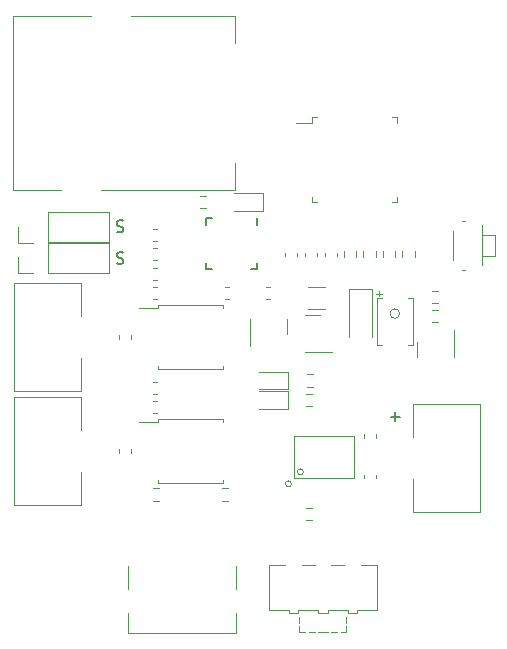
<source format=gbr>
%TF.GenerationSoftware,KiCad,Pcbnew,(7.0.0)*%
%TF.CreationDate,2023-06-08T15:27:58+08:00*%
%TF.ProjectId,Board_Car_V0_2,426f6172-645f-4436-9172-5f56305f322e,rev?*%
%TF.SameCoordinates,Original*%
%TF.FileFunction,Legend,Top*%
%TF.FilePolarity,Positive*%
%FSLAX46Y46*%
G04 Gerber Fmt 4.6, Leading zero omitted, Abs format (unit mm)*
G04 Created by KiCad (PCBNEW (7.0.0)) date 2023-06-08 15:27:58*
%MOMM*%
%LPD*%
G01*
G04 APERTURE LIST*
%ADD10C,0.150000*%
%ADD11C,0.120000*%
G04 APERTURE END LIST*
D10*
X193457428Y-83708904D02*
X193457428Y-82947000D01*
X193838380Y-83327952D02*
X193076476Y-83327952D01*
X169862476Y-70346761D02*
X170005333Y-70394380D01*
X170005333Y-70394380D02*
X170243428Y-70394380D01*
X170243428Y-70394380D02*
X170338666Y-70346761D01*
X170338666Y-70346761D02*
X170386285Y-70299142D01*
X170386285Y-70299142D02*
X170433904Y-70203904D01*
X170433904Y-70203904D02*
X170433904Y-70108666D01*
X170433904Y-70108666D02*
X170386285Y-70013428D01*
X170386285Y-70013428D02*
X170338666Y-69965809D01*
X170338666Y-69965809D02*
X170243428Y-69918190D01*
X170243428Y-69918190D02*
X170052952Y-69870571D01*
X170052952Y-69870571D02*
X169957714Y-69822952D01*
X169957714Y-69822952D02*
X169910095Y-69775333D01*
X169910095Y-69775333D02*
X169862476Y-69680095D01*
X169862476Y-69680095D02*
X169862476Y-69584857D01*
X169862476Y-69584857D02*
X169910095Y-69489619D01*
X169910095Y-69489619D02*
X169957714Y-69442000D01*
X169957714Y-69442000D02*
X170052952Y-69394380D01*
X170052952Y-69394380D02*
X170291047Y-69394380D01*
X170291047Y-69394380D02*
X170433904Y-69442000D01*
X169862476Y-67679761D02*
X170005333Y-67727380D01*
X170005333Y-67727380D02*
X170243428Y-67727380D01*
X170243428Y-67727380D02*
X170338666Y-67679761D01*
X170338666Y-67679761D02*
X170386285Y-67632142D01*
X170386285Y-67632142D02*
X170433904Y-67536904D01*
X170433904Y-67536904D02*
X170433904Y-67441666D01*
X170433904Y-67441666D02*
X170386285Y-67346428D01*
X170386285Y-67346428D02*
X170338666Y-67298809D01*
X170338666Y-67298809D02*
X170243428Y-67251190D01*
X170243428Y-67251190D02*
X170052952Y-67203571D01*
X170052952Y-67203571D02*
X169957714Y-67155952D01*
X169957714Y-67155952D02*
X169910095Y-67108333D01*
X169910095Y-67108333D02*
X169862476Y-67013095D01*
X169862476Y-67013095D02*
X169862476Y-66917857D01*
X169862476Y-66917857D02*
X169910095Y-66822619D01*
X169910095Y-66822619D02*
X169957714Y-66775000D01*
X169957714Y-66775000D02*
X170052952Y-66727380D01*
X170052952Y-66727380D02*
X170291047Y-66727380D01*
X170291047Y-66727380D02*
X170433904Y-66775000D01*
D11*
%TO.C,M2*%
X166878000Y-81661000D02*
X161163000Y-81661000D01*
X161163000Y-81661000D02*
X161163000Y-90805000D01*
X161163000Y-90805000D02*
X166878000Y-90805000D01*
X166878000Y-84455000D02*
X166878000Y-81661000D01*
X166878000Y-90805000D02*
X166878000Y-88011000D01*
%TO.C,M1*%
X166878000Y-72025000D02*
X161163000Y-72025000D01*
X161163000Y-72025000D02*
X161163000Y-81169000D01*
X161163000Y-81169000D02*
X166878000Y-81169000D01*
X166878000Y-74819000D02*
X166878000Y-72025000D01*
X166878000Y-81169000D02*
X166878000Y-78375000D01*
%TO.C,J2*%
X164084000Y-68640000D02*
X164084000Y-65980000D01*
X161484000Y-68640000D02*
X161484000Y-67310000D01*
X164084000Y-65980000D02*
X169224000Y-65980000D01*
X162814000Y-68640000D02*
X161484000Y-68640000D01*
X164084000Y-68640000D02*
X169224000Y-68640000D01*
X169224000Y-68640000D02*
X169224000Y-65980000D01*
%TO.C,J1*%
X164084000Y-71180000D02*
X164084000Y-68520000D01*
X161484000Y-71180000D02*
X161484000Y-69850000D01*
X164084000Y-68520000D02*
X169224000Y-68520000D01*
X162814000Y-71180000D02*
X161484000Y-71180000D01*
X164084000Y-71180000D02*
X169224000Y-71180000D01*
X169224000Y-71180000D02*
X169224000Y-68520000D01*
%TO.C,BT1*%
X194945000Y-82296000D02*
X194945000Y-85090000D01*
X194945000Y-88646000D02*
X194945000Y-91440000D01*
X200660000Y-82296000D02*
X194945000Y-82296000D01*
X200660000Y-91440000D02*
X200660000Y-82296000D01*
X194945000Y-91440000D02*
X200660000Y-91440000D01*
%TO.C,USB1*%
X170807000Y-96005000D02*
X170807000Y-97925000D01*
X179967000Y-97925000D02*
X179967000Y-96005000D01*
X179967000Y-99935000D02*
X179967000Y-101640000D01*
X179967000Y-101640000D02*
X170807000Y-101640000D01*
X170807000Y-101640000D02*
X170807000Y-99935000D01*
%TO.C,U7*%
X178899000Y-83508000D02*
X178899000Y-83768000D01*
X173399000Y-83768000D02*
X171749000Y-83768000D01*
X176149000Y-88958000D02*
X173399000Y-88958000D01*
X176149000Y-83508000D02*
X173399000Y-83508000D01*
X176149000Y-88958000D02*
X178899000Y-88958000D01*
X176149000Y-83508000D02*
X178899000Y-83508000D01*
X178899000Y-88958000D02*
X178899000Y-88698000D01*
X173399000Y-88958000D02*
X173399000Y-88698000D01*
X173399000Y-83508000D02*
X173399000Y-83768000D01*
%TO.C,U6*%
X178899000Y-73856000D02*
X178899000Y-74116000D01*
X173399000Y-74116000D02*
X171749000Y-74116000D01*
X176149000Y-79306000D02*
X173399000Y-79306000D01*
X176149000Y-73856000D02*
X173399000Y-73856000D01*
X176149000Y-79306000D02*
X178899000Y-79306000D01*
X176149000Y-73856000D02*
X178899000Y-73856000D01*
X178899000Y-79306000D02*
X178899000Y-79046000D01*
X173399000Y-79306000D02*
X173399000Y-79046000D01*
X173399000Y-73856000D02*
X173399000Y-74116000D01*
%TO.C,U5*%
X193148000Y-57985000D02*
X193598000Y-57985000D01*
X186378000Y-65205000D02*
X186378000Y-64755000D01*
X186378000Y-57985000D02*
X186378000Y-58435000D01*
X193148000Y-65205000D02*
X193598000Y-65205000D01*
X193598000Y-65205000D02*
X193598000Y-64755000D01*
X186828000Y-57985000D02*
X186378000Y-57985000D01*
X186828000Y-65205000D02*
X186378000Y-65205000D01*
X186378000Y-58435000D02*
X185088000Y-58435000D01*
X193598000Y-57985000D02*
X193598000Y-58435000D01*
%TO.C,U4*%
X161074000Y-49403000D02*
X167678000Y-49403000D01*
X168567000Y-64135000D02*
X179870000Y-64135000D01*
X179870000Y-49403000D02*
X179870000Y-51689000D01*
X161074000Y-64135000D02*
X165138000Y-64135000D01*
X161074000Y-64135000D02*
X161074000Y-49403000D01*
X179870000Y-64135000D02*
X179870000Y-61849000D01*
X179870000Y-49403000D02*
X171107000Y-49403000D01*
D10*
%TO.C,U3*%
X181728000Y-66557000D02*
X181728000Y-67082000D01*
X181728000Y-70857000D02*
X181728000Y-70332000D01*
X181728000Y-70857000D02*
X181203000Y-70857000D01*
X177428000Y-66557000D02*
X177428000Y-67082000D01*
X177428000Y-70857000D02*
X177953000Y-70857000D01*
X177428000Y-70857000D02*
X177428000Y-70332000D01*
X177428000Y-66557000D02*
X177953000Y-66557000D01*
D11*
%TO.C,U2*%
X189992000Y-88519000D02*
X184912000Y-88519000D01*
X184912000Y-88519000D02*
X184912000Y-84963000D01*
X184912000Y-84963000D02*
X189992000Y-84963000D01*
X189992000Y-84963000D02*
X189992000Y-88519000D01*
X185674000Y-88011000D02*
G75*
G03*
X185674000Y-88011000I-254000J0D01*
G01*
X184658000Y-89027000D02*
G75*
G03*
X184658000Y-89027000I-254000J0D01*
G01*
%TO.C,U1*%
X186466000Y-77826000D02*
X185816000Y-77826000D01*
X186466000Y-74706000D02*
X185816000Y-74706000D01*
X186466000Y-77826000D02*
X188141000Y-77826000D01*
X186466000Y-74706000D02*
X187116000Y-74706000D01*
%TO.C,SW2*%
X191925000Y-95890000D02*
X191925000Y-99690000D01*
X188525000Y-101590000D02*
X188025000Y-101590000D01*
X187725000Y-99690000D02*
X187725000Y-99990000D01*
X184425000Y-99690000D02*
X182725000Y-99690000D01*
X190225000Y-99690000D02*
X190225000Y-99990000D01*
X185225000Y-99990000D02*
X184425000Y-99990000D01*
X185325000Y-101590000D02*
X185825000Y-101590000D01*
X185225000Y-99690000D02*
X185225000Y-99990000D01*
X186925000Y-99690000D02*
X185225000Y-99690000D01*
X189325000Y-101590000D02*
X189325000Y-101090000D01*
X186625000Y-95890000D02*
X185525000Y-95890000D01*
X186925000Y-99990000D02*
X186925000Y-99690000D01*
X182725000Y-95890000D02*
X184125000Y-95890000D01*
X182725000Y-99690000D02*
X182725000Y-99690000D01*
X189325000Y-101590000D02*
X188825000Y-101590000D01*
X191925000Y-99690000D02*
X190225000Y-99690000D01*
X187725000Y-99990000D02*
X186925000Y-99990000D01*
X186125000Y-101590000D02*
X186625000Y-101590000D01*
X189325000Y-100790000D02*
X189325000Y-100290000D01*
X188025000Y-95890000D02*
X188025000Y-95890000D01*
X189325000Y-100290000D02*
X189325000Y-100290000D01*
X186925000Y-101590000D02*
X186925000Y-101590000D01*
X184425000Y-99990000D02*
X184425000Y-99690000D01*
X186625000Y-101590000D02*
X186625000Y-101590000D01*
X185325000Y-100290000D02*
X185325000Y-100290000D01*
X185325000Y-100790000D02*
X185325000Y-100290000D01*
X189125000Y-95890000D02*
X188025000Y-95890000D01*
X188025000Y-101590000D02*
X188025000Y-101590000D01*
X185325000Y-101590000D02*
X185325000Y-101090000D01*
X190525000Y-95890000D02*
X191925000Y-95890000D01*
X185325000Y-101090000D02*
X185325000Y-101090000D01*
X187725000Y-101590000D02*
X186925000Y-101590000D01*
X185525000Y-95890000D02*
X185525000Y-95890000D01*
X185825000Y-101590000D02*
X185825000Y-101590000D01*
X182725000Y-99690000D02*
X182725000Y-95890000D01*
X189425000Y-99990000D02*
X189425000Y-99690000D01*
X189325000Y-101090000D02*
X189325000Y-101090000D01*
X189425000Y-99690000D02*
X187725000Y-99690000D01*
X188825000Y-101590000D02*
X188825000Y-101590000D01*
X190225000Y-99990000D02*
X189425000Y-99990000D01*
%TO.C,SW1*%
X199371000Y-70934000D02*
X199071000Y-70934000D01*
X201871000Y-69734000D02*
X200771000Y-69734000D01*
X200771000Y-67934000D02*
X201871000Y-67934000D01*
X200771000Y-67134000D02*
X200771000Y-70534000D01*
X198371000Y-67584000D02*
X198371000Y-70084000D01*
X201871000Y-67934000D02*
X201871000Y-69734000D01*
X199371000Y-66734000D02*
X199071000Y-66734000D01*
%TO.C,R12*%
X195102500Y-69317776D02*
X195102500Y-69827224D01*
X194057500Y-69317776D02*
X194057500Y-69827224D01*
%TO.C,R11*%
X193451500Y-69341276D02*
X193451500Y-69850724D01*
X192406500Y-69341276D02*
X192406500Y-69850724D01*
%TO.C,R10*%
X190755500Y-69850724D02*
X190755500Y-69341276D01*
X191800500Y-69850724D02*
X191800500Y-69341276D01*
%TO.C,R9*%
X189104500Y-69850724D02*
X189104500Y-69341276D01*
X190149500Y-69850724D02*
X190149500Y-69341276D01*
%TO.C,R8*%
X196529276Y-74310500D02*
X197038724Y-74310500D01*
X196529276Y-75355500D02*
X197038724Y-75355500D01*
%TO.C,R7*%
X196529276Y-72659500D02*
X197038724Y-72659500D01*
X196529276Y-73704500D02*
X197038724Y-73704500D01*
%TO.C,R6*%
X177419724Y-64628500D02*
X176910276Y-64628500D01*
X177419724Y-65673500D02*
X176910276Y-65673500D01*
%TO.C,R5*%
X186460224Y-80786500D02*
X185950776Y-80786500D01*
X186460224Y-79741500D02*
X185950776Y-79741500D01*
%TO.C,R4*%
X186436724Y-82437500D02*
X185927276Y-82437500D01*
X186436724Y-81392500D02*
X185927276Y-81392500D01*
%TO.C,R3*%
X178815276Y-89393500D02*
X179324724Y-89393500D01*
X178815276Y-90438500D02*
X179324724Y-90438500D01*
%TO.C,R2*%
X173482724Y-90438500D02*
X172973276Y-90438500D01*
X173482724Y-89393500D02*
X172973276Y-89393500D01*
%TO.C,R1*%
X185927276Y-91044500D02*
X186436724Y-91044500D01*
X185927276Y-92089500D02*
X186436724Y-92089500D01*
%TO.C,Q1*%
X198410000Y-77675500D02*
X198410000Y-78325500D01*
X195290000Y-77675500D02*
X195290000Y-78325500D01*
X198410000Y-77675500D02*
X198410000Y-76000500D01*
X195290000Y-77675500D02*
X195290000Y-77025500D01*
%TO.C,D5*%
X181132000Y-75697000D02*
X181132000Y-75047000D01*
X184252000Y-75697000D02*
X184252000Y-75047000D01*
X181132000Y-75697000D02*
X181132000Y-77372000D01*
X184252000Y-75697000D02*
X184252000Y-76347000D01*
%TO.C,D4*%
X189500000Y-72570000D02*
X189500000Y-76580000D01*
X191500000Y-72570000D02*
X191500000Y-76580000D01*
X191500000Y-72570000D02*
X189500000Y-72570000D01*
%TO.C,D3*%
X182254000Y-65886000D02*
X182254000Y-64416000D01*
X182254000Y-64416000D02*
X179794000Y-64416000D01*
X179794000Y-65886000D02*
X182254000Y-65886000D01*
%TO.C,D2*%
X181953000Y-80999000D02*
X184413000Y-80999000D01*
X184413000Y-79529000D02*
X181953000Y-79529000D01*
X184413000Y-80999000D02*
X184413000Y-79529000D01*
%TO.C,D1*%
X181953000Y-82650000D02*
X184413000Y-82650000D01*
X184413000Y-81180000D02*
X181953000Y-81180000D01*
X184413000Y-82650000D02*
X184413000Y-81180000D01*
%TO.C,C18*%
X171071000Y-86113233D02*
X171071000Y-86405767D01*
X170051000Y-86113233D02*
X170051000Y-86405767D01*
%TO.C,C17*%
X171071000Y-76434733D02*
X171071000Y-76727267D01*
X170051000Y-76434733D02*
X170051000Y-76727267D01*
%TO.C,C16*%
X186819000Y-69449733D02*
X186819000Y-69742267D01*
X185799000Y-69449733D02*
X185799000Y-69742267D01*
%TO.C,C15*%
X188486000Y-69449733D02*
X188486000Y-69742267D01*
X187466000Y-69449733D02*
X187466000Y-69742267D01*
%TO.C,C14*%
X173247267Y-81409000D02*
X172954733Y-81409000D01*
X173247267Y-80389000D02*
X172954733Y-80389000D01*
%TO.C,C13*%
X173247267Y-71757000D02*
X172954733Y-71757000D01*
X173247267Y-70737000D02*
X172954733Y-70737000D01*
%TO.C,C12*%
X187528252Y-74194000D02*
X186105748Y-74194000D01*
X187528252Y-72374000D02*
X186105748Y-72374000D01*
%TO.C,C11*%
X173247267Y-83060000D02*
X172954733Y-83060000D01*
X173247267Y-82040000D02*
X172954733Y-82040000D01*
%TO.C,C10*%
X173247267Y-73408000D02*
X172954733Y-73408000D01*
X173247267Y-72388000D02*
X172954733Y-72388000D01*
%TO.C,C9*%
X173247267Y-70106000D02*
X172954733Y-70106000D01*
X173247267Y-69086000D02*
X172954733Y-69086000D01*
%TO.C,C8*%
X185168000Y-69449733D02*
X185168000Y-69742267D01*
X184148000Y-69449733D02*
X184148000Y-69742267D01*
%TO.C,C7*%
X179050733Y-72388000D02*
X179343267Y-72388000D01*
X179050733Y-73408000D02*
X179343267Y-73408000D01*
%TO.C,C6*%
X172954733Y-67435000D02*
X173247267Y-67435000D01*
X172954733Y-68455000D02*
X173247267Y-68455000D01*
%TO.C,C5*%
X191817800Y-84816733D02*
X191817800Y-85109267D01*
X190797800Y-84816733D02*
X190797800Y-85109267D01*
%TO.C,C2*%
X191817800Y-88245733D02*
X191817800Y-88538267D01*
X190797800Y-88245733D02*
X190797800Y-88538267D01*
%TO.C,C1*%
X182838267Y-73413000D02*
X182545733Y-73413000D01*
X182838267Y-72393000D02*
X182545733Y-72393000D01*
%TO.C,BZ1*%
X191921000Y-77311000D02*
X192321000Y-77311000D01*
X194921000Y-77311000D02*
X194521000Y-77311000D01*
X192321000Y-73311000D02*
X191921000Y-73311000D01*
X192071000Y-72661000D02*
X192071000Y-73161000D01*
X191921000Y-73311000D02*
X191921000Y-77311000D01*
X194921000Y-73311000D02*
X194921000Y-77311000D01*
X194521000Y-73311000D02*
X194921000Y-73311000D01*
X192321000Y-72911000D02*
X191821000Y-72911000D01*
X193821000Y-74611000D02*
G75*
G03*
X193821000Y-74611000I-400000J0D01*
G01*
%TD*%
M02*

</source>
